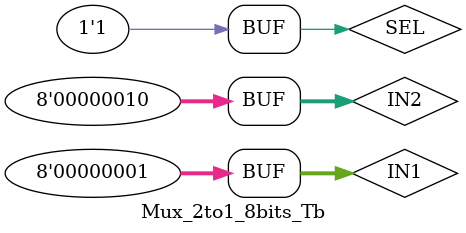
<source format=v>
`timescale 1ns/1ps

module Mux_2to1_8bits_IF(IN1, IN2, SEL, OUT);

input wire [7:0] IN1;
input wire [7:0] IN2;
input wire       SEL;
output reg [7:0] OUT;

always @(*) begin
	if(SEL == 0) OUT <= IN1;
	else         OUT <= IN2;
end
endmodule

module Mux_2to1_8bits_CASE(IN1, IN2, SEL, OUT);

input wire [7:0] IN1;
input wire [7:0] IN2;
input wire       SEL;
output reg [7:0] OUT;

always @(*) begin
   case(SEL)
	1'b0: OUT <= IN1;
 	1'b1: OUT <= IN2;
	default : OUT <= 8'd0;
   endcase
end
endmodule

module Mux_2to1_8bits_COND(IN1, IN2, SEL, OUT);

input wire [7:0] IN1;
input wire [7:0] IN2;
input wire       SEL;
output wire [7:0] OUT;

assign OUT = (SEL == 1'b0) ? IN1 : IN2;
endmodule

module Mux_2to1_8bits_Tb;
   reg [7:0] IN1, IN2;
   reg       SEL;
   wire[7:0] OUT_IF, OUT_CASE, OUT_COND;

initial begin
   #0 IN1 = 8'd1;
   #0 IN2 = 8'd2;
   #0 SEL = 1'b0;
   #10 SEL = 1'b1;
end

Mux_2to1_8bits_IF U0(.IN1(IN1), .IN2(IN2), .SEL(SEL) ,.OUT(OUT_IF));
Mux_2to1_8bits_CASE U1(.IN1(IN1), .IN2(IN2), .SEL(SEL) ,.OUT(OUT_CASE));
Mux_2to1_8bits_COND U2(.IN1(IN1), .IN2(IN2), .SEL(SEL) ,.OUT(OUT_COND));

endmodule

</source>
